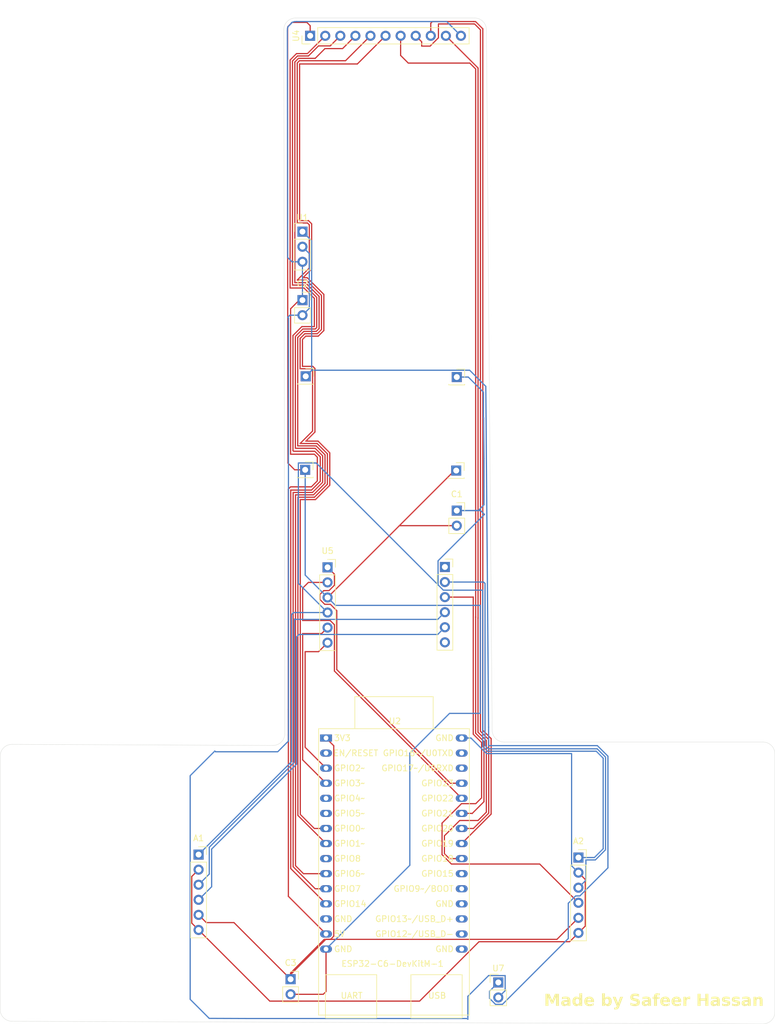
<source format=kicad_pcb>
(kicad_pcb (version 20241229) (generator "pcbnew") (generator_version "9.0")
  (layers (0 "F.Cu" signal) (2 "B.Cu" signal) (13 "F.Paste" user) (15 "B.Paste" user) (5 "F.SilkS" user "F.Silkscreen") (7 "B.SilkS" user "B.Silkscreen") (1 "F.Mask" user) (3 "B.Mask" user) (25 "Edge.Cuts" user))
  (net 0 "")
  (net 1 "Net-(A1-Encoder+)")
  (net 2 "Net-(A1-Motor+)")
  (net 3 "Net-(A1-Encoder-)")
  (net 4 "Net-(A1-IN2)")
  (net 5 "Net-(A1-IN1)")
  (net 6 "Net-(A2-IN2)")
  (net 7 "Net-(A2-IN1)")
  (net 8 "Net-(U4-GND)")
  (net 9 "Net-(U1-GND)")
  (net 10 "Net-(U1-VCC_5V)")
  (net 11 "Net-(U1-VCC)")
  (net 15 "Net-(U2-GPIO23)")
  (net 16 "Net-(U2-GPIO14)")
  (net 21 "Net-(U2-GPIO20)")
  (net 22 "Net-(U2-GPIO6)")
  (net 24 "Net-(U2-GPIO22)")
  (net 25 "Net-(U2-GPIO7)")
  (net 26 "Net-(U2-GPIO18)")
  (net 27 "Net-(U2-GPIO1)")
  (net 29 "Net-(U2-GPIO2)")
  (net 31 "Net-(U2-GPIO21)")
  (net 32 "Net-(U2-GPIO3)")
  (net 34 "Net-(U2-GPIO19)")
  (net 37 "Net-(U2-GPIO0)")
  (footprint "Line Following Robot:Capacitor" (layer "F.Cu") (at 114 98.5)
    (property "Reference" "C1" (at 0 -2.77 0) (layer "F.SilkS"))
    (property "Value" "470 uF")
    (pad "1" thru_hole rect (at 0 0) (size 1.7 1.7) (drill 1) (layers "*.Cu" "*.Mask") (net 2 "Net-(A1-Motor+)"))
    (pad "2" thru_hole circle (at 0 2.54) (size 1.7 1.7) (drill 1) (layers "*.Cu" "*.Mask") (net 8 "Net-(U4-GND)"))
  )
  (footprint "MountingHole:MountingHole_2.2mm_M2" (layer "F.Cu") (at 143.08 156.76)
    (property "Reference" "REF**" (hide yes))
    (property "Value" "MountingHole_2.2mm_M2")
    (pad "" np_thru_hole circle (at 0 0) (size 2.2 2.2) (drill 2.2) (layers "*.Cu" "*.Mask"))
  )
  (footprint "MountingHole:MountingHole_2.2mm_M2" (layer "F.Cu") (at 62.37 156.37)
    (property "Reference" "REF**" (hide yes))
    (property "Value" "MountingHole_2.2mm_M2")
    (pad "" np_thru_hole circle (at 0 0) (size 2.2 2.2) (drill 2.2) (layers "*.Cu" "*.Mask"))
  )
  (footprint "Line Following Robot:5V Buck Convertor" (layer "F.Cu") (at 88 51.5)
    (property "Reference" "U1" (at 0 -2.38 0) (layer "F.SilkS"))
    (property "Value" "5V Buck Convertor")
    (pad "1" thru_hole rect (at 0 0) (size 1.7 1.7) (drill 1) (layers "*.Cu" "*.Mask") (net 11 "Net-(U1-VCC)"))
    (pad "2" thru_hole circle (at 0 2.54) (size 1.7 1.7) (drill 1) (layers "*.Cu" "*.Mask") (net 9 "Net-(U1-GND)"))
    (pad "3" thru_hole circle (at 0 5.08) (size 1.7 1.7) (drill 1) (layers "*.Cu" "*.Mask") (net 10 "Net-(U1-VCC_5V)"))
  )
  (footprint "MountingHole:MountingHole_2.2mm_M2" (layer "F.Cu") (at 143.08 170.92)
    (property "Reference" "REF**" (hide yes))
    (property "Value" "MountingHole_2.2mm_M2")
    (pad "" np_thru_hole circle (at 0 0) (size 2.2 2.2) (drill 2.2) (layers "*.Cu" "*.Mask"))
  )
  (footprint "Line Following Robot:Motor" (layer "F.Cu") (at 70.5 156.46)
    (property "Reference" "A1" (at 0 -2.77 0) (layer "F.SilkS"))
    (property "Value" "N20 Micro Gear Motor")
    (pad "1" thru_hole rect (at 0 0) (size 1.7 1.7) (drill 1) (layers "*.Cu" "*.Mask") (net 2 "Net-(A1-Motor+)"))
    (pad "2" thru_hole circle (at 0 2.54) (size 1.7 1.7) (drill 1) (layers "*.Cu" "*.Mask") (net 3 "Net-(A1-Encoder-)"))
    (pad "3" thru_hole circle (at 0 5.08) (size 1.7 1.7) (drill 1) (layers "*.Cu" "*.Mask") (net 5 "Net-(A1-IN1)"))
    (pad "4" thru_hole circle (at 0 7.62) (size 1.7 1.7) (drill 1) (layers "*.Cu" "*.Mask") (net 4 "Net-(A1-IN2)"))
    (pad "5" thru_hole circle (at 0 10.16) (size 1.7 1.7) (drill 1) (layers "*.Cu" "*.Mask") (net 1 "Net-(A1-Encoder+)"))
    (pad "6" thru_hole circle (at 0 12.7) (size 1.7 1.7) (drill 1) (layers "*.Cu" "*.Mask") (net 3 "Net-(A1-Encoder-)"))
  )
  (footprint "Espressif:ESP32-C6-DevKitM-1" (layer "F.Cu") (at 91.971 136.82032)
    (property "Reference" "U2" (at 11.6078 -2.8448 0) (layer "F.SilkS"))
    (property "Value" "ESP32-C6-DevKitM-1" (at 11.2 38.033 180) (layer "F.SilkS"))
    (fp_text user "GPIO5~" (at 1.27 12.7 0) (layer "F.SilkS") (effects (justify left)))
    (fp_text user "GPIO13~/USB_D+" (at 21.59 30.48 0) (layer "F.SilkS") (effects (justify right)))
    (fp_text user "GPIO18" (at 21.59 20.32 0) (layer "F.SilkS") (effects (justify right)))
    (fp_text user "GPIO17~/U0RXD" (at 21.59 5.08 0) (layer "F.SilkS") (effects (justify right)))
    (fp_text user "GPIO20" (at 21.59 15.24 0) (layer "F.SilkS") (effects (justify right)))
    (fp_text user "5V" (at 1.27 33.02 0) (layer "F.SilkS") (effects (justify left)))
    (fp_text user "GPIO3~" (at 1.27 7.62 0) (layer "F.SilkS") (effects (justify left)))
    (fp_text user "GND" (at 1.27 30.48 0) (layer "F.SilkS") (effects (justify left)))
    (fp_text user "3V3" (at 1.27 0 0) (layer "F.SilkS") (effects (justify left)))
    (fp_text user "GPIO8" (at 1.27 20.32 0) (layer "F.SilkS") (effects (justify left)))
    (fp_text user "GPIO23" (at 21.59 7.62 0) (layer "F.SilkS") (effects (justify right)))
    (fp_text user "GND" (at 21.59 27.94 0) (layer "F.SilkS") (effects (justify right)))
    (fp_text user "GPIO2~" (at 1.27 5.08 0) (layer "F.SilkS") (effects (justify left)))
    (fp_text user "GPIO12~/USB_D-" (at 21.59 33.02 0) (layer "F.SilkS") (effects (justify right)))
    (fp_text user "GPIO22" (at 21.59 10.16 0) (layer "F.SilkS") (effects (justify right)))
    (fp_text user "GPIO21" (at 21.59 12.7 0) (layer "F.SilkS") (effects (justify right)))
    (fp_text user "GPIO14" (at 1.27 27.94 0) (layer "F.SilkS") (effects (justify left)))
    (fp_text user "GND" (at 21.59 35.56 0) (layer "F.SilkS") (effects (justify right)))
    (fp_text user "GPIO6~" (at 1.27 22.86 0) (layer "F.SilkS") (effects (justify left)))
    (fp_text user "GND" (at 1.27 35.56 0) (layer "F.SilkS") (effects (justify left)))
    (fp_text user "GPIO1~" (at 1.27 17.78 0) (layer "F.SilkS") (effects (justify left)))
    (fp_text user "GPIO4~" (at 1.27 10.16 0) (layer "F.SilkS") (effects (justify left)))
    (fp_text user "USB" (at 18.7198 43.9898 0) (layer "F.SilkS") (effects (justify bottom)))
    (fp_text user "GPIO9~/BOOT" (at 21.59 25.4 0) (layer "F.SilkS") (effects (justify right)))
    (fp_text user "GPIO7" (at 1.27 25.4 0) (layer "F.SilkS") (effects (justify left)))
    (fp_text user "EN/RESET" (at 8.88632 2.54 0) (layer "F.SilkS") (effects (justify right)))
    (fp_text user "UART" (at 4.3198 43.9898 0) (layer "F.SilkS") (effects (justify bottom)))
    (fp_text user "GPIO16~/U0TXD" (at 21.59 2.54 0) (layer "F.SilkS") (effects (justify right)))
    (fp_text user "GPIO0~" (at 1.27 15.24 0) (layer "F.SilkS") (effects (justify left)))
    (fp_text user "GPIO19" (at 21.59 17.78 0) (layer "F.SilkS") (effects (justify right)))
    (fp_text user "GND" (at 21.59 0 0) (layer "F.SilkS") (effects (justify right)))
    (fp_text user "GPIO15" (at 21.59 22.86 0) (layer "F.SilkS") (effects (justify right)))
    (pad "1" thru_hole rect (at 0 0 270) (size 1.2 2) (drill 0.8) (layers "*.Cu" "*.Mask") (net 1 "Net-(A1-Encoder+)"))
    (pad "2" thru_hole oval (at 0 2.54 270) (size 1.2 2) (drill 0.8) (layers "*.Cu" "*.Mask"))
    (pad "3" thru_hole oval (at 0 5.08 270) (size 1.2 2) (drill 0.8) (layers "*.Cu" "*.Mask") (net 29 "Net-(U2-GPIO2)"))
    (pad "4" thru_hole oval (at 0 7.62 270) (size 1.2 2) (drill 0.8) (layers "*.Cu" "*.Mask") (net 32 "Net-(U2-GPIO3)"))
    (pad "5" thru_hole oval (at 0 10.16 270) (size 1.2 2) (drill 0.8) (layers "*.Cu" "*.Mask"))
    (pad "6" thru_hole oval (at 0 12.7 270) (size 1.2 2) (drill 0.8) (layers "*.Cu" "*.Mask"))
    (pad "7" thru_hole oval (at 0 15.24 270) (size 1.2 2) (drill 0.8) (layers "*.Cu" "*.Mask") (net 37 "Net-(U2-GPIO0)"))
    (pad "8" thru_hole oval (at 0 17.78 270) (size 1.2 2) (drill 0.8) (layers "*.Cu" "*.Mask") (net 27 "Net-(U2-GPIO1)"))
    (pad "9" thru_hole oval (at 0 20.32 270) (size 1.2 2) (drill 0.8) (layers "*.Cu" "*.Mask"))
    (pad "10" thru_hole oval (at 0 22.86 270) (size 1.2 2) (drill 0.8) (layers "*.Cu" "*.Mask") (net 22 "Net-(U2-GPIO6)"))
    (pad "11" thru_hole oval (at 0 25.4 270) (size 1.2 2) (drill 0.8) (layers "*.Cu" "*.Mask") (net 25 "Net-(U2-GPIO7)"))
    (pad "12" thru_hole oval (at 0 27.94 270) (size 1.2 2) (drill 0.8) (layers "*.Cu" "*.Mask") (net 16 "Net-(U2-GPIO14)"))
    (pad "13" thru_hole oval (at 0 30.48 270) (size 1.2 2) (drill 0.8) (layers "*.Cu" "*.Mask"))
    (pad "14" thru_hole oval (at 0 33.02 270) (size 1.2 2) (drill 0.8) (layers "*.Cu" "*.Mask") (net 10 "Net-(U1-VCC_5V)"))
    (pad "15" thru_hole oval (at 0 35.56 270) (size 1.2 2) (drill 0.8) (layers "*.Cu" "*.Mask") (net 8 "Net-(U4-GND)"))
    (pad "16" thru_hole oval (at 22.86 35.56 270) (size 1.2 2) (drill 0.8) (layers "*.Cu" "*.Mask"))
    (pad "17" thru_hole oval (at 22.86 33.02 270) (size 1.2 2) (drill 0.8) (layers "*.Cu" "*.Mask"))
    (pad "18" thru_hole oval (at 22.86 30.48 270) (size 1.2 2) (drill 0.8) (layers "*.Cu" "*.Mask"))
    (pad "19" thru_hole oval (at 22.86 27.94 270) (size 1.2 2) (drill 0.8) (layers "*.Cu" "*.Mask"))
    (pad "20" thru_hole oval (at 22.86 25.4 270) (size 1.2 2) (drill 0.8) (layers "*.Cu" "*.Mask"))
    (pad "21" thru_hole oval (at 22.86 22.86 270) (size 1.2 2) (drill 0.8) (layers "*.Cu" "*.Mask"))
    (pad "22" thru_hole oval (at 22.86 20.32 270) (size 1.2 2) (drill 0.8) (layers "*.Cu" "*.Mask") (net 26 "Net-(U2-GPIO18)"))
    (pad "23" thru_hole oval (at 22.86 17.78 270) (size 1.2 2) (drill 0.8) (layers "*.Cu" "*.Mask") (net 34 "Net-(U2-GPIO19)"))
    (pad "24" thru_hole oval (at 22.86 15.24 270) (size 1.2 2) (drill 0.8) (layers "*.Cu" "*.Mask") (net 21 "Net-(U2-GPIO20)"))
    (pad "25" thru_hole oval (at 22.86 12.7 270) (size 1.2 2) (drill 0.8) (layers "*.Cu" "*.Mask") (net 31 "Net-(U2-GPIO21)"))
    (pad "26" thru_hole oval (at 22.86 10.16 270) (size 1.2 2) (drill 0.8) (layers "*.Cu" "*.Mask") (net 24 "Net-(U2-GPIO22)"))
    (pad "27" thru_hole oval (at 22.86 7.62 270) (size 1.2 2) (drill 0.8) (layers "*.Cu" "*.Mask") (net 15 "Net-(U2-GPIO23)"))
    (pad "28" thru_hole oval (at 22.86 5.08 270) (size 1.2 2) (drill 0.8) (layers "*.Cu" "*.Mask"))
    (pad "29" thru_hole oval (at 22.86 2.54 270) (size 1.2 2) (drill 0.8) (layers "*.Cu" "*.Mask"))
    (pad "30" thru_hole oval (at 22.86 0 270) (size 1.2 2) (drill 0.8) (layers "*.Cu" "*.Mask") (net 3 "Net-(A1-Encoder-)"))
  )
  (footprint "Line Following Robot:Battery" (layer "F.Cu") (at 121 178)
    (property "Reference" "U7" (at 0 -2.38 0) (layer "F.SilkS"))
    (property "Value" "Battery")
    (pad "1" thru_hole rect (at 0 0) (size 1.7 1.7) (drill 1) (layers "*.Cu" "*.Mask") (net 11 "Net-(U1-VCC)"))
    (pad "2" thru_hole circle (at 0 2.54) (size 1.7 1.7) (drill 1) (layers "*.Cu" "*.Mask") (net 9 "Net-(U1-GND)"))
  )
  (footprint "MountingHole:MountingHole_4mm" (layer "F.Cu") (at 102.11 67.43)
    (property "Reference" "REF**" (hide yes))
    (property "Value" "MountingHole_4mm")
    (pad "" np_thru_hole circle (at 0 0) (size 4 4) (drill 4) (layers "*.Cu" "*.Mask"))
  )
  (footprint "MountingHole:MountingHole_4mm" (layer "F.Cu") (at 102.11 25.22)
    (property "Reference" "REF**" (hide yes))
    (property "Value" "MountingHole_4mm")
    (pad "" np_thru_hole circle (at 0 0) (size 4 4) (drill 4) (layers "*.Cu" "*.Mask"))
  )
  (footprint "Line Following Robot:Motor Driver" (layer "F.Cu") (at 92.23 108.06)
    (property "Reference" "U5" (at 0 -2.77 0) (layer "F.SilkS"))
    (property "Value" "Motor Driver")
    (pad "1" thru_hole circle (at 0 12.7) (size 1.7 1.7) (drill 1) (layers "*.Cu" "*.Mask") (net 29 "Net-(U2-GPIO2)"))
    (pad "2" thru_hole circle (at 0 10.16) (size 1.7 1.7) (drill 1) (layers "*.Cu" "*.Mask") (net 32 "Net-(U2-GPIO3)"))
    (pad "3" thru_hole circle (at 0 2.54) (size 1.7 1.7) (drill 1) (layers "*.Cu" "*.Mask") (net 24 "Net-(U2-GPIO22)"))
    (pad "4" thru_hole rect (at 0 0) (size 1.7 1.7) (drill 1) (layers "*.Cu" "*.Mask") (net 15 "Net-(U2-GPIO23)"))
    (pad "5" thru_hole circle (at 0 7.62) (size 1.7 1.7) (drill 1) (layers "*.Cu" "*.Mask") (net 2 "Net-(A1-Motor+)"))
    (pad "6" thru_hole circle (at 0 5.08) (size 1.7 1.7) (drill 1) (layers "*.Cu" "*.Mask") (net 8 "Net-(U4-GND)"))
    (pad "7" thru_hole circle (at 19.77 2.48) (size 1.7 1.7) (drill 1) (layers "*.Cu" "*.Mask") (net 7 "Net-(A2-IN1)"))
    (pad "8" thru_hole circle (at 19.77 5.02) (size 1.7 1.7) (drill 1) (layers "*.Cu" "*.Mask") (net 6 "Net-(A2-IN2)"))
    (pad "9" thru_hole circle (at 19.77 7.56) (size 1.7 1.7) (drill 1) (layers "*.Cu" "*.Mask") (net 5 "Net-(A1-IN1)"))
    (pad "10" thru_hole circle (at 19.77 10.1) (size 1.7 1.7) (drill 1) (layers "*.Cu" "*.Mask") (net 4 "Net-(A1-IN2)"))
    (pad "11" thru_hole rect (at 19.77 -0.06) (size 1.7 1.7) (drill 1) (layers "*.Cu" "*.Mask"))
    (pad "12" thru_hole circle (at 19.77 12.64) (size 1.7 1.7) (drill 1) (layers "*.Cu" "*.Mask"))
  )
  (footprint "Line Following Robot:Capacitor" (layer "F.Cu") (at 86 177.46)
    (property "Reference" "C3" (at 0 -2.77 0) (layer "F.SilkS"))
    (property "Value" "100 nF")
    (pad "1" thru_hole rect (at 0 0) (size 1.7 1.7) (drill 1) (layers "*.Cu" "*.Mask") (net 1 "Net-(A1-Encoder+)"))
    (pad "2" thru_hole circle (at 0 2.54) (size 1.7 1.7) (drill 1) (layers "*.Cu" "*.Mask") (net 8 "Net-(U4-GND)"))
  )
  (footprint "Line Following Robot:IR Sensor Array" (layer "F.Cu") (at 89.3 18.5 90)
    (property "Reference" "U4" (at 0 -2.38 90) (layer "F.SilkS"))
    (property "Value" "IR Sensor Array")
    (pad "1" thru_hole rect (at 0 0 90) (size 1.7 1.7) (drill 1) (layers "*.Cu" "*.Mask") (net 8 "Net-(U4-GND)"))
    (pad "2" thru_hole circle (at 0 2.54 90) (size 1.7 1.7) (drill 1) (layers "*.Cu" "*.Mask") (net 16 "Net-(U2-GPIO14)"))
    (pad "3" thru_hole circle (at 0 5.08 90) (size 1.7 1.7) (drill 1) (layers "*.Cu" "*.Mask") (net 25 "Net-(U2-GPIO7)"))
    (pad "4" thru_hole circle (at 0 7.62 90) (size 1.7 1.7) (drill 1) (layers "*.Cu" "*.Mask") (net 22 "Net-(U2-GPIO6)"))
    (pad "5" thru_hole circle (at 0 10.16 90) (size 1.7 1.7) (drill 1) (layers "*.Cu" "*.Mask") (net 27 "Net-(U2-GPIO1)"))
    (pad "6" thru_hole circle (at 0 12.7 90) (size 1.7 1.7) (drill 1) (layers "*.Cu" "*.Mask") (net 37 "Net-(U2-GPIO0)"))
    (pad "7" thru_hole circle (at 0 15.24 90) (size 1.7 1.7) (drill 1) (layers "*.Cu" "*.Mask") (net 31 "Net-(U2-GPIO21)"))
    (pad "8" thru_hole circle (at 0 17.78 90) (size 1.7 1.7) (drill 1) (layers "*.Cu" "*.Mask") (net 21 "Net-(U2-GPIO20)"))
    (pad "9" thru_hole circle (at 0 20.32 90) (size 1.7 1.7) (drill 1) (layers "*.Cu" "*.Mask") (net 34 "Net-(U2-GPIO19)"))
    (pad "10" thru_hole circle (at 0 22.86 90) (size 1.7 1.7) (drill 1) (layers "*.Cu" "*.Mask") (net 26 "Net-(U2-GPIO18)"))
    (pad "11" thru_hole circle (at 0 25.4 90) (size 1.7 1.7) (drill 1) (layers "*.Cu" "*.Mask") (net 10 "Net-(U1-VCC_5V)"))
  )
  (footprint "MountingHole:MountingHole_2.2mm_M2" (layer "F.Cu") (at 62.37 170.53)
    (property "Reference" "REF**" (hide yes))
    (property "Value" "MountingHole_2.2mm_M2")
    (pad "" np_thru_hole circle (at 0 0) (size 2.2 2.2) (drill 2.2) (layers "*.Cu" "*.Mask"))
  )
  (footprint "Line Following Robot:Capacitor" (layer "F.Cu") (at 88 63.04)
    (property "Reference" "C2" (at 0 -2.77 0) (layer "F.SilkS"))
    (property "Value" "220 uF")
    (pad "1" thru_hole rect (at 0 0) (size 1.7 1.7) (drill 1) (layers "*.Cu" "*.Mask") (net 10 "Net-(U1-VCC_5V)"))
    (pad "2" thru_hole circle (at 0 2.54) (size 1.7 1.7) (drill 1) (layers "*.Cu" "*.Mask") (net 9 "Net-(U1-GND)"))
  )
  (footprint "Line Following Robot:Motor" (layer "F.Cu") (at 134.5 156.96)
    (property "Reference" "A2" (at 0 -2.77 0) (layer "F.SilkS"))
    (property "Value" "N20 Micro Gear Motor")
    (pad "1" thru_hole rect (at 0 0) (size 1.7 1.7) (drill 1) (layers "*.Cu" "*.Mask") (net 2 "Net-(A1-Motor+)"))
    (pad "2" thru_hole circle (at 0 2.54) (size 1.7 1.7) (drill 1) (layers "*.Cu" "*.Mask") (net 3 "Net-(A1-Encoder-)"))
    (pad "3" thru_hole circle (at 0 5.08) (size 1.7 1.7) (drill 1) (layers "*.Cu" "*.Mask") (net 7 "Net-(A2-IN1)"))
    (pad "4" thru_hole circle (at 0 7.62) (size 1.7 1.7) (drill 1) (layers "*.Cu" "*.Mask") (net 6 "Net-(A2-IN2)"))
    (pad "5" thru_hole circle (at 0 10.16) (size 1.7 1.7) (drill 1) (layers "*.Cu" "*.Mask") (net 1 "Net-(A1-Encoder+)"))
    (pad "6" thru_hole circle (at 0 12.7) (size 1.7 1.7) (drill 1) (layers "*.Cu" "*.Mask") (net 3 "Net-(A1-Encoder-)"))
  )
  (footprint "Line Following Robot:6V New Buck Convertor" (layer "F.Cu") (at 88.55 75.875)
    (property "Reference" "U3" (hide yes))
    (property "Value" "6V Buck Convertor" (hide yes))
    (pad "1" thru_hole rect (at 0 0) (size 1.7 1.7) (drill 1) (layers "*.Cu" "*.Mask") (net 11 "Net-(U1-VCC)"))
    (pad "2" thru_hole rect (at -0.09 15.755) (size 1.7 1.7) (drill 1) (layers "*.Cu" "*.Mask") (net 8 "Net-(U4-GND)"))
    (pad "3" thru_hole rect (at 25.45 0.125) (size 1.7 1.7) (drill 1) (layers "*.Cu" "*.Mask") (net 2 "Net-(A1-Motor+)"))
    (pad "4" thru_hole rect (at 25.36 15.88) (size 1.7 1.7) (drill 1) (layers "*.Cu" "*.Mask") (net 8 "Net-(U4-GND)"))
  )
  (gr_line (start 165.601891 137.5) (end 121.96728 137.5) (stroke (width 0.05)) (layer "Edge.Cuts"))
  (gr_arc (start 121.96728 137.5) (mid 120.558887 136.91999) (end 119.967347 135.516393) (stroke (width 0.05)) (layer "Edge.Cuts"))
  (gr_line (start 116.999932 15.5) (end 86.849811 15.5) (stroke (width 0.05)) (layer "Edge.Cuts"))
  (gr_arc (start 84.849813 17.502958) (mid 85.434553 16.086836) (end 86.849811 15.5) (stroke (width 0.05)) (layer "Edge.Cuts"))
  (gr_line (start 84.849813 17.502958) (end 85.025152 136.070072) (stroke (width 0.05)) (layer "Edge.Cuts"))
  (gr_line (start 119.967347 135.516393) (end 118.999865 17.483607) (stroke (width 0.05)) (layer "Edge.Cuts"))
  (gr_line (start 83.016784 138.073013) (end 39.071391 137.889104) (stroke (width 0.05)) (layer "Edge.Cuts"))
  (gr_arc (start 167.601891 182.982655) (mid 167.013667 184.399344) (end 165.594958 184.982643) (stroke (width 0.05)) (layer "Edge.Cuts"))
  (gr_line (start 39.056088 184.54398) (end 165.594958 184.982643) (stroke (width 0.05)) (layer "Edge.Cuts"))
  (gr_arc (start 37.063021 139.889086) (mid 37.65177 138.471916) (end 39.071391 137.889104) (stroke (width 0.05)) (layer "Edge.Cuts"))
  (gr_arc (start 39.056088 184.54398) (mid 37.646358 183.955752) (end 37.063021 182.543992) (stroke (width 0.05)) (layer "Edge.Cuts"))
  (gr_arc (start 85.025152 136.070072) (mid 84.43744 137.48912) (end 83.016784 138.073013) (stroke (width 0.05)) (layer "Edge.Cuts"))
  (gr_line (start 37.063021 139.889086) (end 37.063021 182.543992) (stroke (width 0.05)) (layer "Edge.Cuts"))
  (gr_arc (start 116.999932 15.5) (mid 118.408317 16.080014) (end 118.999865 17.483607) (stroke (width 0.05)) (layer "Edge.Cuts"))
  (gr_line (start 167.601891 182.982655) (end 167.601891 139.5) (stroke (width 0.05)) (layer "Edge.Cuts"))
  (gr_arc (start 165.601891 137.5) (mid 167.01611 138.085783) (end 167.601891 139.5) (stroke (width 0.05)) (layer "Edge.Cuts"))
  (gr_text "Made by Safeer Hassan" (at 128.69 182.3 0) (layer "F.SilkS") (effects (font (size 2 2)) (justify left bottom)))
  (segment (start 86 177.46) (end 76.46 167.92) (width 0.2) (layer "F.Cu") (net 1))
  (segment (start 91.66868 170.74132) (end 86 176.41) (width 0.2) (layer "F.Cu") (net 1))
  (segment (start 91.971 136.82032) (end 93.272 138.12132) (width 0.2) (layer "F.Cu") (net 1))
  (segment (start 93.272 170.213526) (end 92.744206 170.74132) (width 0.2) (layer "F.Cu") (net 1))
  (segment (start 93.272 138.12132) (end 93.272 170.213526) (width 0.2) (layer "F.Cu") (net 1))
  (segment (start 86 177.46) (end 86 176.677114) (width 0.2) (layer "F.Cu") (net 1))
  (segment (start 71.8 167.92) (end 70.5 166.62) (width 0.2) (layer "F.Cu") (net 1))
  (segment (start 130.87868 170.74132) (end 134.5 167.12) (width 0.2) (layer "F.Cu") (net 1))
  (segment (start 86 176.677114) (end 91.935794 170.74132) (width 0.2) (layer "F.Cu") (net 1))
  (segment (start 76.46 167.92) (end 71.8 167.92) (width 0.2) (layer "F.Cu") (net 1))
  (segment (start 86 176.41) (end 86 177.46) (width 0.2) (layer "F.Cu") (net 1))
  (segment (start 92.744206 170.74132) (end 91.66868 170.74132) (width 0.2) (layer "F.Cu") (net 1))
  (segment (start 91.935794 170.74132) (end 130.87868 170.74132) (width 0.2) (layer "F.Cu") (net 1))
  (segment (start 118.59 89.728229) (end 118.59 97.52) (width 0.2) (layer "B.Cu") (net 2))
  (segment (start 118.361581 111.91) (end 118.361581 138.225781) (width 0.2) (layer "B.Cu") (net 2))
  (segment (start 87.309 110.759) (end 92.23 115.68) (width 0.2) (layer "B.Cu") (net 2))
  (segment (start 114 76) (end 115.94 76) (width 0.2) (layer "B.Cu") (net 2))
  (segment (start 118.498445 78.558445) (end 118.498445 82.860561) (width 0.2) (layer "B.Cu") (net 2))
  (segment (start 110.849 111.01676) (end 111.74224 111.91) (width 0.2) (layer "B.Cu") (net 2))
  (segment (start 138.669 155.48) (end 137.189 156.96) (width 0.2) (layer "B.Cu") (net 2))
  (segment (start 110.849 106.960151) (end 110.849 111.01676) (width 0.2) (layer "B.Cu") (net 2))
  (segment (start 118.533999 82.896115) (end 118.59 89.728229) (width 0.2) (layer "B.Cu") (net 2))
  (segment (start 86.15 116.03) (end 86.5 115.68) (width 0.2) (layer "B.Cu") (net 2))
  (segment (start 137.49645 139.04355) (end 138.669 140.2161) (width 0.2) (layer "B.Cu") (net 2))
  (segment (start 137.189 156.96) (end 134.5 156.96) (width 0.2) (layer "B.Cu") (net 2))
  (segment (start 118.667161 99.14199) (end 110.849 106.960151) (width 0.2) (layer "B.Cu") (net 2))
  (segment (start 118.361581 138.225781) (end 119.17935 139.04355) (width 0.2) (layer "B.Cu") (net 2))
  (segment (start 117.61 98.5) (end 114 98.5) (width 0.2) (layer "B.Cu") (net 2))
  (segment (start 118.59 97.52) (end 117.61 98.5) (width 0.2) (layer "B.Cu") (net 2))
  (segment (start 90.31124 90.479) (end 87.309 90.479) (width 0.2) (layer "B.Cu") (net 2))
  (segment (start 118.498445 82.860561) (end 118.533999 82.896115) (width 0.2) (layer "B.Cu") (net 2))
  (segment (start 119.17935 139.04355) (end 137.49645 139.04355) (width 0.2) (layer "B.Cu") (net 2))
  (segment (start 87.309 90.479) (end 87.309 110.759) (width 0.2) (layer "B.Cu") (net 2))
  (segment (start 86.15 140.81) (end 86.15 116.03) (width 0.2) (layer "B.Cu") (net 2))
  (segment (start 111.74224 111.91) (end 118.361581 111.91) (width 0.2) (layer "B.Cu") (net 2))
  (segment (start 70.5 156.46) (end 86.15 140.81) (width 0.2) (layer "B.Cu") (net 2))
  (segment (start 118.025171 98.5) (end 118.667161 99.14199) (width 0.2) (layer "B.Cu") (net 2))
  (segment (start 110.849 111.01676) (end 90.31124 90.479) (width 0.2) (layer "B.Cu") (net 2))
  (segment (start 86.5 115.68) (end 92.23 115.68) (width 0.2) (layer "B.Cu") (net 2))
  (segment (start 138.669 140.2161) (end 138.669 155.48) (width 0.2) (layer "B.Cu") (net 2))
  (segment (start 115.94 76) (end 118.498445 78.558445) (width 0.2) (layer "B.Cu") (net 2))
  (segment (start 114 98.5) (end 118.025171 98.5) (width 0.2) (layer "B.Cu") (net 2))
  (segment (start 70.5 169.16) (end 69.349 168.009) (width 0.2) (layer "F.Cu") (net 3))
  (segment (start 134.5 169.66) (end 135.651 168.509) (width 0.2) (layer "F.Cu") (net 3))
  (segment (start 82.49 181.15) (end 107.735526 181.15) (width 0.2) (layer "F.Cu") (net 3))
  (segment (start 117.743206 171.14232) (end 133.01768 171.14232) (width 0.2) (layer "F.Cu") (net 3))
  (segment (start 135.651 160.651) (end 134.5 159.5) (width 0.2) (layer "F.Cu") (net 3))
  (segment (start 107.735526 181.15) (end 117.743206 171.14232) (width 0.2) (layer "F.Cu") (net 3))
  (segment (start 70.5 169.16) (end 82.49 181.15) (width 0.2) (layer "F.Cu") (net 3))
  (segment (start 133.01768 171.14232) (end 134.5 169.66) (width 0.2) (layer "F.Cu") (net 3))
  (segment (start 135.651 168.509) (end 135.651 160.651) (width 0.2) (layer "F.Cu") (net 3))
  (segment (start 69.349 160.151) (end 70.5 159) (width 0.2) (layer "F.Cu") (net 3))
  (segment (start 69.349 168.009) (end 69.349 160.151) (width 0.2) (layer "F.Cu") (net 3))
  (segment (start 119.01325 139.44455) (end 116.38902 136.82032) (width 0.2) (layer "B.Cu") (net 3))
  (segment (start 133.349 139.44455) (end 119.01325 139.44455) (width 0.2) (layer "B.Cu") (net 3))
  (segment (start 134.5 159.5) (end 133.349 158.349) (width 0.2) (layer "B.Cu") (net 3))
  (segment (start 133.349 158.349) (end 133.349 139.44455) (width 0.2) (layer "B.Cu") (net 3))
  (segment (start 116.38902 136.82032) (end 114.831 136.82032) (width 0.2) (layer "B.Cu") (net 3))
  (segment (start 72.69955 155.53) (end 72.69955 161.88045) (width 0.2) (layer "B.Cu") (net 4))
  (segment (start 72.69955 161.88045) (end 70.5 164.08) (width 0.2) (layer "B.Cu") (net 4))
  (segment (start 87.021 141.20855) (end 72.69955 155.53) (width 0.2) (layer "B.Cu") (net 4))
  (segment (start 112 118.16) (end 110.789 119.371) (width 0.2) (layer "B.Cu") (net 4))
  (segment (start 87.021 119.769) (end 87.021 141.20855) (width 0.2) (layer "B.Cu") (net 4))
  (segment (start 110.789 119.371) (end 87.419 119.371) (width 0.2) (layer "B.Cu") (net 4))
  (segment (start 87.419 119.371) (end 87.021 119.769) (width 0.2) (layer "B.Cu") (net 4))
  (segment (start 70.5 161.54) (end 72.29855 159.74145) (width 0.2) (layer "B.Cu") (net 5))
  (segment (start 72.29855 155.22855) (end 86.62 140.9071) (width 0.2) (layer "B.Cu") (net 5))
  (segment (start 86.671 116.831) (end 110.789 116.831) (width 0.2) (layer "B.Cu") (net 5))
  (segment (start 72.29855 159.74145) (end 72.29855 155.22855) (width 0.2) (layer "B.Cu") (net 5))
  (segment (start 86.62 116.78) (end 86.671 116.831) (width 0.2) (layer "B.Cu") (net 5))
  (segment (start 86.62 140.9071) (end 86.62 116.78) (width 0.2) (layer "B.Cu") (net 5))
  (segment (start 110.789 116.831) (end 112 115.62) (width 0.2) (layer "B.Cu") (net 5))
  (segment (start 116.777 136.1754) (end 116.777 113.055702) (width 0.2) (layer "F.Cu") (net 6))
  (segment (start 116.777 113.055702) (end 116.752702 113.08) (width 0.2) (layer "F.Cu") (net 6))
  (segment (start 117.19868 147.88132) (end 118.182388 146.897612) (width 0.2) (layer "F.Cu") (net 6))
  (segment (start 111.519 156.4761) (end 111.519 151.158114) (width 0.2) (layer "F.Cu") (net 6))
  (segment (start 111.519 151.158114) (end 114.795794 147.88132) (width 0.2) (layer "F.Cu") (net 6))
  (segment (start 116.752702 113.08) (end 112 113.08) (width 0.2) (layer "F.Cu") (net 6))
  (segment (start 127.97 158.05) (end 113.0929 158.05) (width 0.2) (layer "F.Cu") (net 6))
  (segment (start 114.795794 147.88132) (end 117.19868 147.88132) (width 0.2) (layer "F.Cu") (net 6))
  (segment (start 113.0929 158.05) (end 111.519 156.4761) (width 0.2) (layer "F.Cu") (net 6))
  (segment (start 118.182388 137.580788) (end 116.777 136.1754) (width 0.2) (layer "F.Cu") (net 6))
  (segment (start 134.5 164.58) (end 127.97 158.05) (width 0.2) (layer "F.Cu") (net 6))
  (segment (start 118.182388 146.897612) (end 118.182388 137.580788) (width 0.2) (layer "F.Cu") (net 6))
  (segment (start 135.761 160.779) (end 134.5 162.04) (width 0.2) (layer "B.Cu") (net 7))
  (segment (start 112 110.54) (end 118.519405 110.54) (width 0.2) (layer "B.Cu") (net 7))
  (segment (start 139.07 155.6461) (end 137.3551 157.361) (width 0.2) (layer "B.Cu") (net 7))
  (segment (start 135.761 157.361) (end 135.761 160.779) (width 0.2) (layer "B.Cu") (net 7))
  (segment (start 139.07 140.05) (end 139.07 155.6461) (width 0.2) (layer "B.Cu") (net 7))
  (segment (start 137.66255 138.64255) (end 139.07 140.05) (width 0.2) (layer "B.Cu") (net 7))
  (segment (start 137.3551 157.361) (end 135.761 157.361) (width 0.2) (layer "B.Cu") (net 7))
  (segment (start 119.34545 138.64255) (end 137.66255 138.64255) (width 0.2) (layer "B.Cu") (net 7))
  (segment (start 118.762581 110.783176) (end 118.762581 138.059681) (width 0.2) (layer "B.Cu") (net 7))
  (segment (start 118.519405 110.54) (end 118.762581 110.783176) (width 0.2) (layer "B.Cu") (net 7))
  (segment (start 118.762581 138.059681) (end 119.34545 138.64255) (width 0.2) (layer "B.Cu") (net 7))
  (segment (start 85.558763 90.499913) (end 86.68885 91.63) (width 0.2) (layer "F.Cu") (net 8))
  (segment (start 88.747227 16.247227) (end 86.252773 16.247227) (width 0.2) (layer "F.Cu") (net 8))
  (segment (start 113.91 91.755) (end 113.615 91.755) (width 0.2) (layer "F.Cu") (net 8))
  (segment (start 91.971 172.38032) (end 91.971 179.529) (width 0.2) (layer "F.Cu") (net 8))
  (segment (start 85.5 17.181978) (end 85.5 50.763762) (width 0.2) (layer "F.Cu") (net 8))
  (segment (start 86.68885 91.63) (end 88.46 91.63) (width 0.2) (layer "F.Cu") (net 8))
  (segment (start 85.557485 16.96638) (end 85.5 17.181978) (width 0.2) (layer "F.Cu") (net 8))
  (segment (start 91.971 179.529) (end 91.5 180) (width 0.2) (layer "F.Cu") (net 8))
  (segment (start 91.5 180) (end 86 180) (width 0.2) (layer "F.Cu") (net 8))
  (segment (start 89.3 18.5) (end 89.3 16.8) (width 0.2) (layer "F.Cu") (net 8))
  (segment (start 92.23 113.14) (end 104.33 101.04) (width 0.2) (layer "F.Cu") (net 8))
  (segment (start 89.3 16.8) (end 88.747227 16.247227) (width 0.2) (layer "F.Cu") (net 8))
  (segment (start 113.615 91.755) (end 104.33 101.04) (width 0.2) (layer "F.Cu") (net 8))
  (segment (start 85.589911 16.910089) (end 85.557485 16.96638) (width 0.2) (layer "F.Cu") (net 8))
  (segment (start 85.5 50.763762) (end 85.558763 90.499913) (width 0.2) (layer "F.Cu") (net 8))
  (segment (start 104.33 101.04) (end 114 101.04) (width 0.2) (layer "F.Cu") (net 8))
  (segment (start 86.252773 16.247227) (end 85.589911 16.910089) (width 0.2) (layer "F.Cu") (net 8))
  (segment (start 117.960581 132.67) (end 112.78 132.67) (width 0.2) (layer "B.Cu") (net 8))
  (segment (start 117.960581 114.47) (end 117.960581 132.67) (width 0.2) (layer "B.Cu") (net 8))
  (segment (start 106.09 158.26132) (end 91.971 172.38032) (width 0.2) (layer "B.Cu") (net 8))
  (segment (start 92.23 113.14) (end 93.56 114.47) (width 0.2) (layer "B.Cu") (net 8))
  (segment (start 93.56 114.47) (end 117.960581 114.47) (width 0.2) (layer "B.Cu") (net 8))
  (segment (start 106.09 139.36) (end 106.09 158.26132) (width 0.2) (layer "B.Cu") (net 8))
  (segment (start 112.78 132.67) (end 106.09 139.36) (width 0.2) (layer "B.Cu") (net 8))
  (segment (start 88.46 109.37) (end 92.23 113.14) (width 0.2) (layer "B.Cu") (net 8))
  (segment (start 88.46 91.63) (end 88.46 109.37) (width 0.2) (layer "B.Cu") (net 8))
  (segment (start 85.64 137.33) (end 83.83 139.14) (width 0.2) (layer "B.Cu") (net 9))
  (segment (start 122.151 176.849) (end 122.151 179.389) (width 0.2) (layer "B.Cu") (net 9))
  (segment (start 88 65.58) (end 89.151 64.429) (width 0.2) (layer "B.Cu") (net 9))
  (segment (start 69.08 143.17) (end 69.08 180.85) (width 0.2) (layer "B.Cu") (net 9))
  (segment (start 85.64 66.057557) (end 85.64 137.33) (width 0.2) (layer "B.Cu") (net 9))
  (segment (start 69.08 180.85) (end 72.28818 184.05818) (width 0.2) (layer "B.Cu") (net 9))
  (segment (start 73.23 139.02) (end 69.08 143.17) (width 0.2) (layer "B.Cu") (net 9))
  (segment (start 83.83 139.14) (end 73.35 139.14) (width 0.2) (layer "B.Cu") (net 9))
  (segment (start 122.151 179.389) (end 121 180.54) (width 0.2) (layer "B.Cu") (net 9))
  (segment (start 88 65.58) (end 85.882443 65.58) (width 0.2) (layer "B.Cu") (net 9))
  (segment (start 115.870488 180.339512) (end 119.361 176.849) (width 0.2) (layer "B.Cu") (net 9))
  (segment (start 119.361 176.849) (end 122.151 176.849) (width 0.2) (layer "B.Cu") (net 9))
  (segment (start 115.870488 184.209263) (end 115.870488 180.339512) (width 0.2) (layer "B.Cu") (net 9))
  (segment (start 89.151 64.429) (end 89.151 55.191) (width 0.2) (layer "B.Cu") (net 9))
  (segment (start 72.28818 184.05818) (end 78.582477 184.08) (width 0.2) (layer "B.Cu") (net 9))
  (segment (start 85.882443 65.58) (end 85.522443 65.94) (width 0.2) (layer "B.Cu") (net 9))
  (segment (start 89.151 55.191) (end 88 54.04) (width 0.2) (layer "B.Cu") (net 9))
  (segment (start 85.522443 65.94) (end 85.64 66.057557) (width 0.2) (layer "B.Cu") (net 9))
  (segment (start 115.741225 184.08) (end 115.870488 184.209263) (width 0.2) (layer "B.Cu") (net 9))
  (segment (start 73.35 139.14) (end 73.23 139.02) (width 0.2) (layer "B.Cu") (net 9))
  (segment (start 78.582477 184.08) (end 115.741225 184.08) (width 0.2) (layer "B.Cu") (net 9))
  (segment (start 91.971 169.84032) (end 85.624754 163.494074) (width 0.2) (layer "F.Cu") (net 10))
  (segment (start 90 89) (end 86 89) (width 0.2) (layer "F.Cu") (net 10))
  (segment (start 85.620128 94.879872) (end 86 94.5) (width 0.2) (layer "F.Cu") (net 10))
  (segment (start 85.620128 131.996125) (end 85.620128 94.879872) (width 0.2) (layer "F.Cu") (net 10))
  (segment (start 85.624754 163.494074) (end 85.626519 163.492309) (width 0.2) (layer "F.Cu") (net 10))
  (segment (start 89.5 94.5) (end 90.5 93.5) (width 0.2) (layer "F.Cu") (net 10))
  (segment (start 86 89) (end 86 64.5) (width 0.2) (layer "F.Cu") (net 10))
  (segment (start 85.626519 136.318125) (end 85.620128 131.996125) (width 0.2) (layer "F.Cu") (net 10))
  (segment (start 90.5 93.5) (end 90.5 89.5) (width 0.2) (layer "F.Cu") (net 10))
  (segment (start 90.5 89.5) (end 90 89) (width 0.2) (layer "F.Cu") (net 10))
  (segment (start 87.46 63.04) (end 88 63.04) (width 0.2) (layer "F.Cu") (net 10))
  (segment (start 86 64.5) (end 87.46 63.04) (width 0.2) (layer "F.Cu") (net 10))
  (segment (start 86 94.5) (end 89.5 94.5) (width 0.2) (layer "F.Cu") (net 10))
  (segment (start 85.626519 163.492309) (end 85.626519 136.318125) (width 0.2) (layer "F.Cu") (net 10))
  (segment (start 85.507521 55.849664) (end 86.237857 56.58) (width 0.2) (layer "B.Cu") (net 10))
  (segment (start 86.237857 56.58) (end 88 56.58) (width 0.2) (layer "B.Cu") (net 10))
  (segment (start 86.675993 16.111457) (end 86.314277 16.208472) (width 0.2) (layer "B.Cu") (net 10))
  (segment (start 114.7 18.5) (end 112.301 16.101) (width 0.2) (layer "B.Cu") (net 10))
  (segment (start 86.150255 16.389283) (end 85.551787 16.987751) (width 0.2) (layer "B.Cu") (net 10))
  (segment (start 85.551787 16.987751) (end 85.461002 17.32824) (width 0.2) (layer "B.Cu") (net 10))
  (segment (start 88 63.04) (end 88 56.58) (width 0.2) (layer "B.Cu") (net 10))
  (segment (start 85.461002 17.32824) (end 85.451074 17.678907) (width 0.2) (layer "B.Cu") (net 10))
  (segment (start 86.150255 16.303277) (end 86.150255 16.389283) (width 0.2) (layer "B.Cu") (net 10))
  (segment (start 87.027008 16.101001) (end 86.675993 16.111457) (width 0.2) (layer "B.Cu") (net 10))
  (segment (start 112.301 16.101) (end 87.027008 16.101001) (width 0.2) (layer "B.Cu") (net 10))
  (segment (start 86.314277 16.208472) (end 86.150255 16.303277) (width 0.2) (layer "B.Cu") (net 10))
  (segment (start 85.451074 17.678907) (end 85.507521 55.849664) (width 0.2) (layer "B.Cu") (net 10))
  (segment (start 132.79 164.66224) (end 132.79 170.6) (width 0.2) (layer "B.Cu") (net 11))
  (segment (start 119.362022 138.092022) (end 119.371 138.101) (width 0.2) (layer "B.Cu") (net 11))
  (segment (start 139.471 158.69676) (end 134.73876 163.429) (width 0.2) (layer "B.Cu") (net 11))
  (segment (start 116.170356 74.849) (end 118.891356 77.57) (width 0.2) (layer "B.Cu") (net 11))
  (segment (start 132.79 170.6) (end 121.699 181.691) (width 0.2) (layer "B.Cu") (net 11))
  (segment (start 88.55 75.875) (end 89.576 74.849) (width 0.2) (layer "B.Cu") (net 11))
  (segment (start 120.52324 181.691) (end 119.5129 180.68066) (width 0.2) (layer "B.Cu") (net 11))
  (segment (start 119.5129 180.68066) (end 119.5129 179.4871) (width 0.2) (layer "B.Cu") (net 11))
  (segment (start 119.362022 134.991295) (end 119.362022 138.092022) (width 0.2) (layer "B.Cu") (net 11))
  (segment (start 89.576 74.849) (end 116.170356 74.849) (width 0.2) (layer "B.Cu") (net 11))
  (segment (start 118.891356 77.57) (end 119.362022 134.991295) (width 0.2) (layer "B.Cu") (net 11))
  (segment (start 119.5129 179.4871) (end 121 178) (width 0.2) (layer "B.Cu") (net 11))
  (segment (start 134.73876 163.429) (end 134.02324 163.429) (width 0.2) (layer "B.Cu") (net 11))
  (segment (start 89.552 74.873) (end 89.552 53.052) (width 0.2) (layer "B.Cu") (net 11))
  (segment (start 139.471 139.8839) (end 139.471 158.69676) (width 0.2) (layer "B.Cu") (net 11))
  (segment (start 88.55 75.875) (end 89.552 74.873) (width 0.2) (layer "B.Cu") (net 11))
  (segment (start 89.552 53.052) (end 88 51.5) (width 0.2) (layer "B.Cu") (net 11))
  (segment (start 119.371 138.101) (end 137.6881 138.101) (width 0.2) (layer "B.Cu") (net 11))
  (segment (start 137.6881 138.101) (end 139.471 139.8839) (width 0.2) (layer "B.Cu") (net 11))
  (segment (start 121.699 181.691) (end 120.52324 181.691) (width 0.2) (layer "B.Cu") (net 11))
  (segment (start 134.02324 163.429) (end 132.79 164.66224) (width 0.2) (layer "B.Cu") (net 11))
  (segment (start 91.75324 114.291) (end 90.94 113.47776) (width 0.2) (layer "F.Cu") (net 15))
  (segment (start 93.381 111.07676) (end 93.381 109.211) (width 0.2) (layer "F.Cu") (net 15))
  (segment (start 92.70676 114.291) (end 91.75324 114.291) (width 0.2) (layer "F.Cu") (net 15))
  (segment (start 93.782 115.36624) (end 92.70676 114.291) (width 0.2) (layer "F.Cu") (net 15))
  (segment (start 91.59 111.98) (end 92.47776 111.98) (width 0.2) (layer "F.Cu") (net 15))
  (segment (start 93.381 109.211) (end 92.23 108.06) (width 0.2) (layer "F.Cu") (net 15))
  (segment (start 93.782 125.29) (end 93.782 115.36624) (width 0.2) (layer "F.Cu") (net 15))
  (segment (start 90.94 112.63) (end 91.59 111.98) (width 0.2) (layer "F.Cu") (net 15))
  (segment (start 114.831 144.44032) (end 112.93232 144.44032) (width 0.2) (layer "F.Cu") (net 15))
  (segment (start 112.93232 144.44032) (end 93.782 125.29) (width 0.2) (layer "F.Cu") (net 15))
  (segment (start 90.94 113.47776) (end 90.94 112.63) (width 0.2) (layer "F.Cu") (net 15))
  (segment (start 92.47776 111.98) (end 93.381 111.07676) (width 0.2) (layer "F.Cu") (net 15))
  (segment (start 86.021128 95.045972) (end 89.521128 95.045972) (width 0.2) (layer "F.Cu") (net 16))
  (segment (start 87.901 67.5) (end 90 67.5) (width 0.2) (layer "F.Cu") (net 16))
  (segment (start 86.027519 158.816839) (end 86.027519 95.052363) (width 0.2) (layer "F.Cu") (net 16))
  (segment (start 90.0671 88.5) (end 86.5 88.5) (width 0.2) (layer "F.Cu") (net 16))
  (segment (start 89.521128 95.045972) (end 91 93.5671) (width 0.2) (layer "F.Cu") (net 16))
  (segment (start 88.84 21.5) (end 91.84 18.5) (width 0.2) (layer "F.Cu") (net 16))
  (segment (start 86.401 69) (end 87.901 67.5) (width 0.2) (layer "F.Cu") (net 16))
  (segment (start 91 89.4329) (end 90.0671 88.5) (width 0.2) (layer "F.Cu") (net 16))
  (segment (start 90 67.5) (end 90 62.738) (width 0.2) (layer "F.Cu") (net 16))
  (segment (start 91.971 164.76032) (end 86.027519 158.816839) (width 0.2) (layer "F.Cu") (net 16))
  (segment (start 90 62.738) (end 88.261385 60.999385) (width 0.2) (layer "F.Cu") (net 16))
  (segment (start 85.916137 22.583863) (end 87 21.5) (width 0.2) (layer "F.Cu") (net 16))
  (segment (start 85.916137 60.999385) (end 85.916137 22.583863) (width 0.2) (layer "F.Cu") (net 16))
  (segment (start 87 21.5) (end 88.84 21.5) (width 0.2) (layer "F.Cu") (net 16))
  (segment (start 88.261385 60.999385) (end 85.916137 60.999385) (width 0.2) (layer "F.Cu") (net 16))
  (segment (start 86.027519 95.052363) (end 86.021128 95.045972) (width 0.2) (layer "F.Cu") (net 16))
  (segment (start 86.401 88.401) (end 86.401 69) (width 0.2) (layer "F.Cu") (net 16))
  (segment (start 86.5 88.5) (end 86.401 88.401) (width 0.2) (layer "F.Cu") (net 16))
  (segment (start 91 93.5671) (end 91 89.4329) (width 0.2) (layer "F.Cu") (net 16))
  (segment (start 108.09 19.51) (end 107.08 18.5) (width 0.2) (layer "F.Cu") (net 21))
  (segment (start 117.000443 16.507536) (end 116.828158 16.502) (width 0.2) (layer "F.Cu") (net 21))
  (segment (start 117.985702 116.764298) (end 117.985702 17.492795) (width 0.2) (layer "F.Cu") (net 21))
  (segment (start 114.831 152.06032) (end 116.8039 152.06032) (width 0.2) (layer "F.Cu") (net 21))
  (segment (start 109.50776 20.24) (end 108.09 20.24) (width 0.2) (layer "F.Cu") (net 21))
  (segment (start 117.985702 17.492795) (end 117.000443 16.507536) (width 0.2) (layer "F.Cu") (net 21))
  (segment (start 116.8039 152.06032) (end 119.385388 149.478832) (width 0.2) (layer "F.Cu") (net 21))
  (segment (start 116.828158 16.502) (end 110.91 16.502) (width 0.2) (layer "F.Cu") (net 21))
  (segment (start 117.98 116.77) (end 117.985702 116.764298) (width 0.2) (layer "F.Cu") (net 21))
  (segment (start 119.385388 137.082488) (end 117.98 135.6771) (width 0.2) (layer "F.Cu") (net 21))
  (segment (start 117.98 135.6771) (end 117.98 116.77) (width 0.2) (layer "F.Cu") (net 21))
  (segment (start 110.91 18.83776) (end 109.50776 20.24) (width 0.2) (layer "F.Cu") (net 21))
  (segment (start 108.09 20.24) (end 108.09 19.51) (width 0.2) (layer "F.Cu") (net 21))
  (segment (start 110.91 16.502) (end 110.91 18.83776) (width 0.2) (layer "F.Cu") (net 21))
  (segment (start 119.385388 149.478832) (end 119.385388 137.082488) (width 0.2) (layer "F.Cu") (net 21))
  (segment (start 91.79 20.66) (end 94.76 20.66) (width 0.2) (layer "F.Cu") (net 22))
  (segment (start 90.3322 68.302) (end 90.802 67.8322) (width 0.2) (layer "F.Cu") (net 22))
  (segment (start 86.829519 158.3339) (end 86.829519 95.847972) (width 0.2) (layer "F.Cu") (net 22))
  (segment (start 88.4952 60.099) (end 86.718137 60.099) (width 0.2) (layer "F.Cu") (net 22))
  (segment (start 87.203 69.3322) (end 88.2332 68.302) (width 0.2) (layer "F.Cu") (net 22))
  (segment (start 90.148 22.302) (end 91.79 20.66) (width 0.2) (layer "F.Cu") (net 22))
  (segment (start 89.853328 95.847972) (end 91.802 93.8993) (width 0.2) (layer "F.Cu") (net 22))
  (segment (start 86.718137 60.099) (end 86.718137 22.916063) (width 0.2) (layer "F.Cu") (net 22))
  (segment (start 88.175939 159.68032) (end 86.829519 158.3339) (width 0.2) (layer "F.Cu") (net 22))
  (segment (start 87.203 87.599) (end 87.203 69.3322) (width 0.2) (layer "F.Cu") (net 22))
  (segment (start 86.718137 22.916063) (end 87.3322 22.302) (width 0.2) (layer "F.Cu") (net 22))
  (segment (start 90.802 62.4058) (end 88.4952 60.099) (width 0.2) (layer "F.Cu") (net 22))
  (segment (start 90.3003 87.599) (end 87.203 87.599) (width 0.2) (layer "F.Cu") (net 22))
  (segment (start 91.802 93.8993) (end 91.802 89.1007) (width 0.2) (layer "F.Cu") (net 22))
  (segment (start 88.2332 68.302) (end 90.3322 68.302) (width 0.2) (layer "F.Cu") (net 22))
  (segment (start 90.802 67.8322) (end 90.802 62.4058) (width 0.2) (layer "F.Cu") (net 22))
  (segment (start 91.802 89.1007) (end 90.3003 87.599) (width 0.2) (layer "F.Cu") (net 22))
  (segment (start 94.76 20.66) (end 96.92 18.5) (width 0.2) (layer "F.Cu") (net 22))
  (segment (start 87.3322 22.302) (end 90.148 22.302) (width 0.2) (layer "F.Cu") (net 22))
  (segment (start 91.971 159.68032) (end 88.175939 159.68032) (width 0.2) (layer "F.Cu") (net 22))
  (segment (start 86.829519 95.847972) (end 89.853328 95.847972) (width 0.2) (layer "F.Cu") (net 22))
  (segment (start 114.831 146.98032) (end 93.381 125.53032) (width 0.2) (layer "F.Cu") (net 24))
  (segment (start 88.032519 111.567481) (end 89 110.6) (width 0.2) (layer "F.Cu") (net 24))
  (segment (start 93.381 125.53032) (end 93.381 117.731) (width 0.2) (layer "F.Cu") (net 24))
  (segment (start 93.381 117.731) (end 92.67 117.02) (width 0.2) (layer "F.Cu") (net 24))
  (segment (start 92.67 117.02) (end 88.032519 117.02) (width 0.2) (layer "F.Cu") (net 24))
  (segment (start 88.032519 117.02) (end 88.032519 111.567481) (width 0.2) (layer "F.Cu") (net 24))
  (segment (start 89 110.6) (end 92.23 110.6) (width 0.2) (layer "F.Cu") (net 24))
  (segment (start 86.317137 60.5) (end 86.317137 22.749963) (width 0.2) (layer "F.Cu") (net 25))
  (segment (start 86.802 69.1661) (end 88.0671 67.901) (width 0.2) (layer "F.Cu") (net 25))
  (segment (start 86.317137 22.749963) (end 87.1661 21.901) (width 0.2) (layer "F.Cu") (net 25))
  (segment (start 87.1661 21.901) (end 89.0061 21.901) (width 0.2) (layer "F.Cu") (net 25))
  (segment (start 91.401 93.7332) (end 91.401 89.2668) (width 0.2) (layer "F.Cu") (net 25))
  (segment (start 86.428519 95.446972) (end 89.687228 95.446972) (width 0.2) (layer "F.Cu") (net 25))
  (segment (start 88.3291 60.5) (end 86.317137 60.5) (width 0.2) (layer "F.Cu") (net 25))
  (segment (start 90.401 67.6661) (end 90.401 62.5719) (width 0.2) (layer "F.Cu") (net 25))
  (segment (start 91.401 89.2668) (end 90.1342 88) (width 0.2) (layer "F.Cu") (net 25))
  (segment (start 89.687228 95.446972) (end 91.401 93.7332) (width 0.2) (layer "F.Cu") (net 25))
  (segment (start 90.1342 88) (end 86.802 88) (width 0.2) (layer "F.Cu") (net 25))
  (segment (start 88.0671 67.901) (end 90.1661 67.901) (width 0.2) (layer "F.Cu") (net 25))
  (segment (start 90.70355 20.20355) (end 92.67645 20.20355) (width 0.2) (layer "F.Cu") (net 25))
  (segment (start 90.401 62.5719) (end 88.3291 60.5) (width 0.2) (layer "F.Cu") (net 25))
  (segment (start 89.0061 21.901) (end 90.70355 20.20355) (width 0.2) (layer "F.Cu") (net 25))
  (segment (start 91.971 162.22032) (end 90.148839 162.22032) (width 0.2) (layer "F.Cu") (net 25))
  (segment (start 90.1661 67.901) (end 90.401 67.6661) (width 0.2) (layer "F.Cu") (net 25))
  (segment (start 86.802 88) (end 86.802 69.1661) (width 0.2) (layer "F.Cu") (net 25))
  (segment (start 90.148839 162.22032) (end 86.428519 158.5) (width 0.2) (layer "F.Cu") (net 25))
  (segment (start 86.428519 158.5) (end 86.428519 95.446972) (width 0.2) (layer "F.Cu") (net 25))
  (segment (start 92.67645 20.20355) (end 94.38 18.5) (width 0.2) (layer "F.Cu") (net 25))
  (segment (start 117.579 116.6039) (end 117.579 135.8432) (width 0.2) (layer "F.Cu") (net 26))
  (segment (start 112.16 18.5) (end 117.584702 23.924702) (width 0.2) (layer "F.Cu") (net 26))
  (segment (start 117.579 150.71812) (end 114.498994 150.71812) (width 0.2) (layer "F.Cu") (net 26))
  (segment (start 117.584702 23.924702) (end 117.584702 116.598198) (width 0.2) (layer "F.Cu") (net 26))
  (segment (start 112.75032 157.14032) (end 114.831 157.14032) (width 0.2) (layer "F.Cu") (net 26))
  (segment (start 111.92 153.297114) (end 111.92 156.31) (width 0.2) (layer "F.Cu") (net 26))
  (segment (start 117.584702 116.598198) (end 117.579 116.6039) (width 0.2) (layer "F.Cu") (net 26))
  (segment (start 114.498994 150.71812) (end 111.92 153.297114) (width 0.2) (layer "F.Cu") (net 26))
  (segment (start 118.984388 137.248588) (end 118.984388 149.312732) (width 0.2) (layer "F.Cu") (net 26))
  (segment (start 111.92 156.31) (end 112.75032 157.14032) (width 0.2) (layer "F.Cu") (net 26))
  (segment (start 118.984388 149.312732) (end 117.579 150.71812) (width 0.2) (layer "F.Cu") (net 26))
  (segment (start 117.579 135.8432) (end 118.984388 137.248588) (width 0.2) (layer "F.Cu") (net 26))
  (segment (start 90.019428 96.248972) (end 92.203 94.0654) (width 0.2) (layer "F.Cu") (net 27))
  (segment (start 95.257 22.703) (end 99.46 18.5) (width 0.2) (layer "F.Cu") (net 27))
  (segment (start 91.971 154.60032) (end 87.230519 149.859839) (width 0.2) (layer "F.Cu") (net 27))
  (segment (start 87.230519 149.859839) (end 87.230519 96.248972) (width 0.2) (layer "F.Cu") (net 27))
  (segment (start 88.3993 68.703) (end 90.4983 68.703) (width 0.2) (layer "F.Cu") (net 27))
  (segment (start 91.203 67.9983) (end 91.203 62.2397) (width 0.2) (layer "F.Cu") (net 27))
  (segment (start 87.119137 23.082163) (end 87.4983 22.703) (width 0.2) (layer "F.Cu") (net 27))
  (segment (start 89.151 57.628137) (end 89.151 50.349) (width 0.2) (layer "F.Cu") (net 27))
  (segment (start 89.701 85.101) (end 89.701 74.724) (width 0.2) (layer "F.Cu") (net 27))
  (segment (start 88.6233 59.66) (end 87.119137 59.66) (width 0.2) (layer "F.Cu") (net 27))
  (segment (start 87.230519 96.248972) (end 90.019428 96.248972) (width 0.2) (layer "F.Cu") (net 27))
  (segment (start 92.203 94.0654) (end 92.203 88.9346) (width 0.2) (layer "F.Cu") (net 27))
  (segment (start 89.701 74.724) (end 89.577 74.6) (width 0.2) (layer "F.Cu") (net 27))
  (segment (start 92.203 88.9346) (end 90.4664 87.198) (width 0.2) (layer "F.Cu") (net 27))
  (segment (start 91.203 62.2397) (end 88.6233 59.66) (width 0.2) (layer "F.Cu") (net 27))
  (segment (start 87.604 87.198) (end 89.701 85.101) (width 0.2) (layer "F.Cu") (net 27))
  (segment (start 90.4983 68.703) (end 91.203 67.9983) (width 0.2) (layer "F.Cu") (net 27))
  (segment (start 90.4664 87.198) (end 87.604 87.198) (width 0.2) (layer "F.Cu") (net 27))
  (segment (start 88.842 50.04) (end 87.119137 50.04) (width 0.2) (layer "F.Cu") (net 27))
  (segment (start 87.4983 22.703) (end 95.257 22.703) (width 0.2) (layer "F.Cu") (net 27))
  (segment (start 87.604 74.6) (end 87.604 69.4983) (width 0.2) (layer "F.Cu") (net 27))
  (segment (start 89.151 50.349) (end 88.842 50.04) (width 0.2) (layer "F.Cu") (net 27))
  (segment (start 87.119137 50.04) (end 87.119137 23.082163) (width 0.2) (layer "F.Cu") (net 27))
  (segment (start 89.577 74.6) (end 87.604 74.6) (width 0.2) (layer "F.Cu") (net 27))
  (segment (start 87.119137 59.66) (end 89.151 57.628137) (width 0.2) (layer "F.Cu") (net 27))
  (segment (start 87.604 69.4983) (end 88.3993 68.703) (width 0.2) (layer "F.Cu") (net 27))
  (segment (start 88.45 122.27) (end 90.72 122.27) (width 0.2) (layer "F.Cu") (net 29))
  (segment (start 90.72 122.27) (end 92.23 120.76) (width 0.2) (layer "F.Cu") (net 29))
  (segment (start 91.971 141.90032) (end 88.45 138.37932) (width 0.2) (layer "F.Cu") (net 29))
  (segment (start 88.45 138.37932) (end 88.45 122.27) (width 0.2) (layer "F.Cu") (net 29))
  (segment (start 104.54 21.81) (end 105.83 23.1) (width 0.2) (layer "F.Cu") (net 31))
  (segment (start 105.83 23.1) (end 116.1929 23.1) (width 0.2) (layer "F.Cu") (net 31))
  (segment (start 116.1929 23.1) (end 117.183702 24.090802) (width 0.2) (layer "F.Cu") (net 31))
  (segment (start 118.583388 137.414688) (end 118.583388 147.546612) (width 0.2) (layer "F.Cu") (net 31))
  (segment (start 117.183702 24.090802) (end 117.183702 116.432098) (width 0.2) (layer "F.Cu") (net 31))
  (segment (start 118.583388 147.546612) (end 116.58 149.55) (width 0.2) (layer "F.Cu") (net 31))
  (segment (start 117.183702 116.432098) (end 117.178 116.4378) (width 0.2) (layer "F.Cu") (net 31))
  (segment (start 104.54 18.5) (end 104.54 21.81) (width 0.2) (layer "F.Cu") (net 31))
  (segment (start 117.178 136.0093) (end 118.583388 137.414688) (width 0.2) (layer "F.Cu") (net 31))
  (segment (start 116.55032 149.52032) (end 114.831 149.52032) (width 0.2) (layer "F.Cu") (net 31))
  (segment (start 117.178 116.4378) (end 117.178 136.0093) (width 0.2) (layer "F.Cu") (net 31))
  (segment (start 116.58 149.55) (end 116.55032 149.52032) (width 0.2) (layer "F.Cu") (net 31))
  (segment (start 88.032519 119.22) (end 91.23 119.22) (width 0.2) (layer "F.Cu") (net 32))
  (segment (start 91.23 119.22) (end 92.23 118.22) (width 0.2) (layer "F.Cu") (net 32))
  (segment (start 91.971 144.44032) (end 88.032519 140.501839) (width 0.2) (layer "F.Cu") (net 32))
  (segment (start 88.032519 140.501839) (end 88.032519 119.22) (width 0.2) (layer "F.Cu") (net 32))
  (segment (start 117.171843 16.111836) (end 116.834596 16.101) (width 0.2) (layer "F.Cu") (net 34))
  (segment (start 109.62 16.381) (end 109.62 18.5) (width 0.2) (layer "F.Cu") (net 34))
  (segment (start 119.786388 149.644932) (end 119.786388 136.916388) (width 0.2) (layer "F.Cu") (net 34))
  (segment (start 114.831 154.60032) (end 119.786388 149.644932) (width 0.2) (layer "F.Cu") (net 34))
  (segment (start 118.386702 135.516702) (end 118.386702 17.316734) (width 0.2) (layer "F.Cu") (net 34))
  (segment (start 118.376741 17.316734) (end 117.171843 16.111836) (width 0.2) (layer "F.Cu") (net 34))
  (segment (start 116.834596 16.101) (end 109.9 16.101) (width 0.2) (layer "F.Cu") (net 34))
  (segment (start 118.386702 17.316734) (end 118.376741 17.316734) (width 0.2) (layer "F.Cu") (net 34))
  (segment (start 109.9 16.101) (end 109.62 16.381) (width 0.2) (layer "F.Cu") (net 34))
  (segment (start 119.786388 136.916388) (end 118.386702 135.516702) (width 0.2) (layer "F.Cu") (net 34))
  (segment (start 97.251737 23.248263) (end 102 18.5) (width 0.2) (layer "F.Cu") (net 37))
  (segment (start 89.552 50.1829) (end 89.0081 49.639) (width 0.2) (layer "F.Cu") (net 37))
  (segment (start 87.520137 23.248263) (end 97.251737 23.248263) (width 0.2) (layer "F.Cu") (net 37))
  (segment (start 87.631519 96.649972) (end 90.185528 96.649972) (width 0.2) (layer "F.Cu") (net 37))
  (segment (start 92.604 88.7685) (end 90.6325 86.797) (width 0.2) (layer "F.Cu") (net 37))
  (segment (start 90.6325 86.797) (end 88.5721 86.797) (width 0.2) (layer "F.Cu") (net 37))
  (segment (start 87.631519 149.693739) (end 87.631519 96.649972) (width 0.2) (layer "F.Cu") (net 37))
  (segment (start 90.102 74.5579) (end 89.7431 74.199) (width 0.2) (layer "F.Cu") (net 37))
  (segment (start 90.185528 96.649972) (end 92.604 94.2315) (width 0.2) (layer "F.Cu") (net 37))
  (segment (start 91.604 62.0736) (end 88.7894 59.259) (width 0.2) (layer "F.Cu") (net 37))
  (segment (start 90.102 85.2671) (end 90.102 74.5579) (width 0.2) (layer "F.Cu") (net 37))
  (segment (start 89.552 57.794237) (end 89.552 50.1829) (width 0.2) (layer "F.Cu") (net 37))
  (segment (start 89.0081 49.639) (end 87.520137 49.639) (width 0.2) (layer "F.Cu") (net 37))
  (segment (start 91.971 152.06032) (end 89.9981 152.06032) (width 0.2) (layer "F.Cu") (net 37))
  (segment (start 88.005 74.195) (end 88.005 69.6644) (width 0.2) (layer "F.Cu") (net 37))
  (segment (start 88.5721 86.797) (end 90.102 85.2671) (width 0.2) (layer "F.Cu") (net 37))
  (segment (start 88.087237 59.259) (end 89.552 57.794237) (width 0.2) (layer "F.Cu") (net 37))
  (segment (start 91.604 68.1644) (end 91.604 62.0736) (width 0.2) (layer "F.Cu") (net 37))
  (segment (start 88.005 69.6644) (end 88.5654 69.104) (width 0.2) (layer "F.Cu") (net 37))
  (segment (start 88.009 74.199) (end 88.005 74.195) (width 0.2) (layer "F.Cu") (net 37))
  (segment (start 92.604 94.2315) (end 92.604 88.7685) (width 0.2) (layer "F.Cu") (net 37))
  (segment (start 89.9981 152.06032) (end 87.631519 149.693739) (width 0.2) (layer "F.Cu") (net 37))
  (segment (start 89.7431 74.199) (end 88.009 74.199) (width 0.2) (layer "F.Cu") (net 37))
  (segment (start 88.7894 59.259) (end 88.087237 59.259) (width 0.2) (layer "F.Cu") (net 37))
  (segment (start 90.6644 69.104) (end 91.604 68.1644) (width 0.2) (layer "F.Cu") (net 37))
  (segment (start 87.520137 49.639) (end 87.520137 23.248263) (width 0.2) (layer "F.Cu") (net 37))
  (segment (start 88.5654 69.104) (end 90.6644 69.104) (width 0.2) (layer "F.Cu") (net 37))
)
</source>
